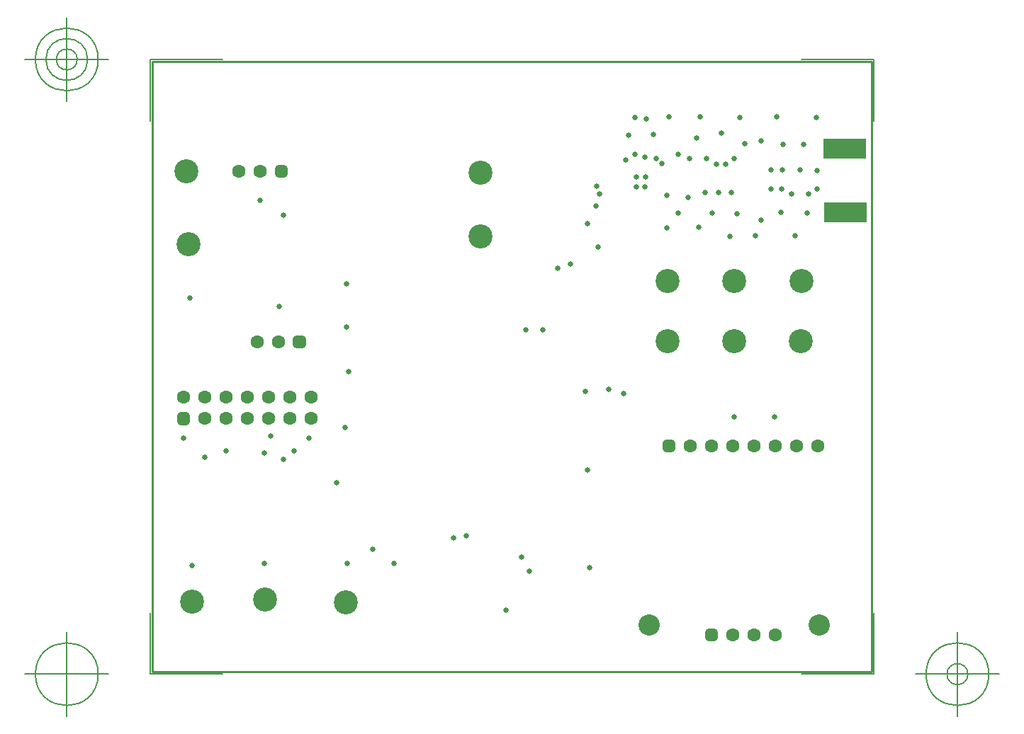
<source format=gbr>
G04 Generated by Ultiboard 14.0 *
%FSLAX24Y24*%
%MOIN*%

%ADD10C,0.0001*%
%ADD11C,0.0050*%
%ADD12C,0.0100*%
%ADD13C,0.1130*%
%ADD14C,0.0260*%
%ADD15C,0.0633*%
%ADD16R,0.0208X0.0208*%
%ADD17C,0.0392*%
%ADD18C,0.1000*%
%ADD19R,0.2050X0.0950*%


G04 ColorRGB 9900CC for the following layer *
%LNSolder Mask Bottom*%
%LPD*%
G54D10*
G54D11*
X25960Y4200D02*
X25960Y7095D01*
X25960Y4200D02*
X29362Y4200D01*
X59980Y4200D02*
X56578Y4200D01*
X59980Y4200D02*
X59980Y7095D01*
X59980Y33150D02*
X59980Y30255D01*
X59980Y33150D02*
X56578Y33150D01*
X25960Y33150D02*
X29362Y33150D01*
X25960Y33150D02*
X25960Y30255D01*
X23991Y4200D02*
X20054Y4200D01*
X22023Y2231D02*
X22023Y6169D01*
X20547Y4200D02*
G75*
D01*
G02X20547Y4200I1476J0*
G01*
X61949Y4200D02*
X65886Y4200D01*
X63917Y2231D02*
X63917Y6169D01*
X62441Y4200D02*
G75*
D01*
G02X62441Y4200I1476J0*
G01*
X63425Y4200D02*
G75*
D01*
G02X63425Y4200I492J0*
G01*
X23991Y33150D02*
X20054Y33150D01*
X22023Y31181D02*
X22023Y35119D01*
X20547Y33150D02*
G75*
D01*
G02X20547Y33150I1476J0*
G01*
X21039Y33150D02*
G75*
D01*
G02X21039Y33150I984J0*
G01*
X21531Y33150D02*
G75*
D01*
G02X21531Y33150I492J0*
G01*
X25960Y4200D02*
X25960Y7095D01*
X25960Y4200D02*
X29362Y4200D01*
X59980Y4200D02*
X56578Y4200D01*
X59980Y4200D02*
X59980Y7095D01*
X59980Y33150D02*
X59980Y30255D01*
X59980Y33150D02*
X56578Y33150D01*
X25960Y33150D02*
X29362Y33150D01*
X25960Y33150D02*
X25960Y30255D01*
X23991Y4200D02*
X20054Y4200D01*
X22023Y2231D02*
X22023Y6169D01*
X20547Y4200D02*
G75*
D01*
G02X20547Y4200I1476J0*
G01*
X61949Y4200D02*
X65886Y4200D01*
X63917Y2231D02*
X63917Y6169D01*
X62441Y4200D02*
G75*
D01*
G02X62441Y4200I1476J0*
G01*
X63425Y4200D02*
G75*
D01*
G02X63425Y4200I492J0*
G01*
X23991Y33150D02*
X20054Y33150D01*
X22023Y31181D02*
X22023Y35119D01*
X20547Y33150D02*
G75*
D01*
G02X20547Y33150I1476J0*
G01*
X21039Y33150D02*
G75*
D01*
G02X21039Y33150I984J0*
G01*
X21531Y33150D02*
G75*
D01*
G02X21531Y33150I492J0*
G01*
G54D12*
X26060Y4300D02*
X59880Y4300D01*
X59880Y33050D01*
X26060Y33050D01*
X26060Y4300D01*
G54D13*
X27742Y24435D03*
X27905Y7609D03*
X31343Y7709D03*
X35160Y7579D03*
X53424Y19895D03*
X56563Y19895D03*
X50285Y19895D03*
X50273Y22704D03*
X56581Y22704D03*
X41483Y24818D03*
X27662Y27891D03*
X41486Y27825D03*
X53427Y22704D03*
G54D14*
X27800Y21900D03*
X32200Y25800D03*
X31100Y26500D03*
X32000Y21500D03*
X35100Y15800D03*
X31600Y15400D03*
X32700Y14700D03*
X31300Y14600D03*
X29500Y14700D03*
X28500Y14400D03*
X34700Y13200D03*
X32200Y14300D03*
X27900Y9300D03*
X44400Y20400D03*
X43600Y20400D03*
X46500Y25400D03*
X46500Y13800D03*
X45100Y23300D03*
X45700Y23500D03*
X47000Y24300D03*
X46400Y17500D03*
X47500Y17600D03*
X31300Y9400D03*
X35200Y9400D03*
X37400Y9400D03*
X46600Y9200D03*
X48200Y17400D03*
X27500Y15300D03*
X33400Y15300D03*
X53400Y16300D03*
X40200Y10600D03*
X43400Y9700D03*
X40800Y10700D03*
X55300Y16310D03*
X42680Y7220D03*
X47070Y26800D03*
X50240Y26740D03*
X51260Y26660D03*
X56130Y26810D03*
X51320Y28490D03*
X52120Y28490D03*
X53420Y28490D03*
X50790Y28670D03*
X54680Y29300D03*
X54690Y25580D03*
X48760Y30400D03*
X48460Y29580D03*
X49290Y30360D03*
X49210Y28550D03*
X49740Y28490D03*
X49630Y29600D03*
X48320Y28430D03*
X48750Y28680D03*
X58190Y25940D03*
X59100Y25930D03*
X58110Y28950D03*
X59120Y28960D03*
X53020Y28200D03*
X52570Y28210D03*
X52670Y26870D03*
X53270Y26880D03*
X52060Y26870D03*
X57300Y27040D03*
X57300Y27930D03*
X56520Y27950D03*
X55670Y27940D03*
X55650Y27060D03*
X55160Y27950D03*
X55160Y27050D03*
X56690Y29150D03*
X55700Y29160D03*
X57280Y30400D03*
X55430Y30440D03*
X53690Y30420D03*
X50340Y30450D03*
X51660Y29440D03*
X52810Y29680D03*
X50780Y25920D03*
X52370Y25910D03*
X53550Y25880D03*
X55600Y25940D03*
X56860Y25920D03*
X56290Y24860D03*
X54400Y24840D03*
X50260Y25230D03*
X46940Y27180D03*
X51820Y30450D03*
X35270Y18440D03*
X56920Y26800D03*
X53910Y29190D03*
X51760Y25260D03*
X53230Y24820D03*
X46900Y26250D03*
X49250Y27600D03*
X49220Y27150D03*
X48820Y27140D03*
X48820Y27600D03*
X43790Y9060D03*
X50000Y28240D03*
X36410Y10080D03*
X35170Y20560D03*
X35180Y22590D03*
G54D15*
X57359Y14960D03*
X52359Y14960D03*
X51359Y14960D03*
X53359Y14960D03*
X55359Y14960D03*
X54359Y14960D03*
X56359Y14960D03*
X31525Y17234D03*
X33525Y17234D03*
X33525Y16234D03*
X32525Y17234D03*
X28525Y17234D03*
X28525Y16234D03*
X27525Y17234D03*
X31525Y16234D03*
X30525Y17234D03*
X30525Y16234D03*
X29525Y17234D03*
X29525Y16234D03*
X32525Y16234D03*
X31968Y19838D03*
X30968Y19838D03*
X31116Y27894D03*
X30116Y27894D03*
X54353Y6040D03*
X53353Y6040D03*
X55353Y6040D03*
G54D16*
X50359Y14960D03*
X27525Y16234D03*
X32968Y19838D03*
X32116Y27894D03*
X52353Y6040D03*
G54D17*
X50255Y14856D02*
X50463Y14856D01*
X50463Y15064D01*
X50255Y15064D01*
X50255Y14856D01*D02*
X27421Y16130D02*
X27629Y16130D01*
X27629Y16338D01*
X27421Y16338D01*
X27421Y16130D01*D02*
X32864Y19734D02*
X33072Y19734D01*
X33072Y19942D01*
X32864Y19942D01*
X32864Y19734D01*D02*
X32012Y27790D02*
X32220Y27790D01*
X32220Y27998D01*
X32012Y27998D01*
X32012Y27790D01*D02*
X52249Y5936D02*
X52457Y5936D01*
X52457Y6144D01*
X52249Y6144D01*
X52249Y5936D01*D02*
G54D18*
X49400Y6500D03*
X57400Y6500D03*
G54D19*
X58620Y28960D03*
X58640Y25950D03*

M02*

</source>
